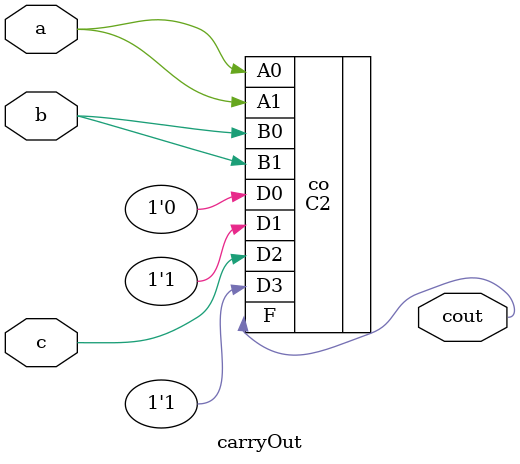
<source format=v>
module carryOut(a, b, c, cout);
    input a, b, c;
    output cout;
    C2 #(1) co(.D0(1'b0), .D1(1'b1), .D2(c), .D3(1'b1), .A1(a), .B1(b), .A0(a), .B0(b), .F(cout));
endmodule
</source>
